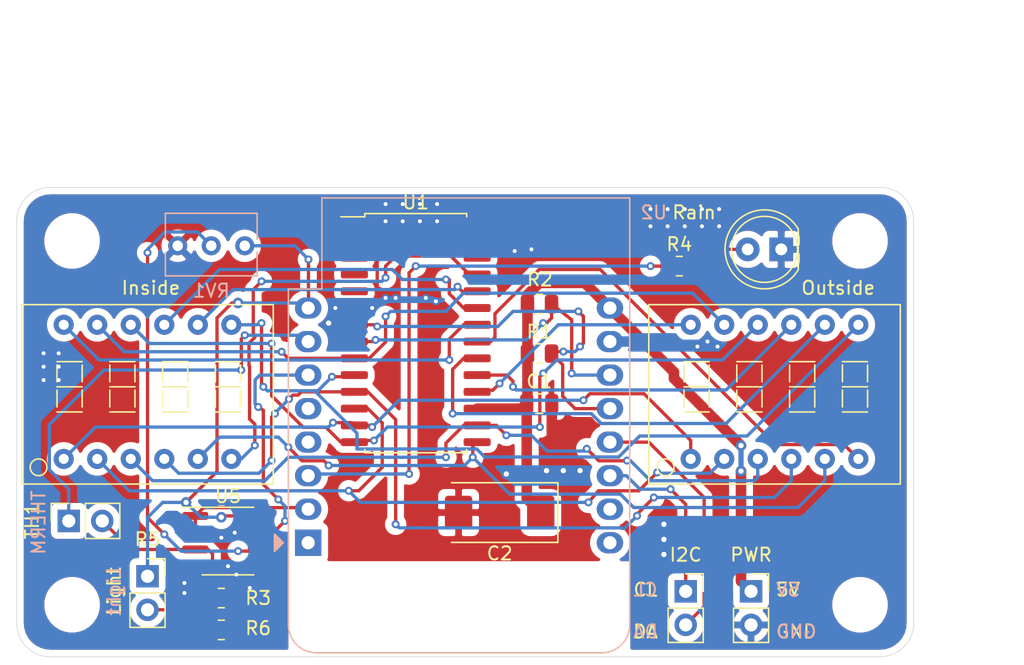
<source format=kicad_pcb>
(kicad_pcb (version 20171130) (host pcbnew "(5.1.9)-1")
  (layers (0 F.Cu signal) (31 B.Cu signal) (34 B.Paste user) (35 F.Paste user) (36 B.SilkS user) (37 F.SilkS user) (38 B.Mask user) (39 F.Mask user) (44 Edge.Cuts user))
  (net 0 "")
  (net 1 GND)
  (net 2 +5V)
  (net 3 "Net-(D1-Pad2)")
  (net 4 "Net-(R1-Pad2)")
  (net 5 "Net-(R2-Pad1)")
  (net 6 "Net-(R3-Pad1)")
  (net 7 RAIN)
  (net 8 "Net-(R5-Pad2)")
  (net 9 +3V3)
  (net 10 NTC)
  (net 11 G8)
  (net 12 G7)
  (net 13 G6)
  (net 14 G5)
  (net 15 G4)
  (net 16 G3)
  (net 17 G2)
  (net 18 G1)
  (net 19 Seg8)
  (net 20 Seg7)
  (net 21 Seg6)
  (net 22 Seg5)
  (net 23 Seg4)
  (net 24 Seg3)
  (net 25 Seg2)
  (net 26 Seg1)
  (net 27 TEMP)
  (net 28 "Net-(RV1-Pad2)")
  (net 29 "Net-(J2-Pad2)")
  (net 30 "Net-(J2-Pad1)")
  (net 31 LIGHT)
  (module Connector_PinSocket_2.54mm:PinSocket_1x02_P2.54mm_Vertical (layer F.Cu) (at 105.283 96.012)
    (fp_text reference I2C (at 0 -2.77) (layer F.SilkS))
    (fp_text value Conn_01x02)
    (pad 2 thru_hole oval (at 0 2.54) (size 1.7 1.7) (drill 1) (layers *.Cu *.Mask) (net 29 "Net-(J2-Pad2)"))
    (pad 1 thru_hole rect (at 0 0) (size 1.7 1.7) (drill 1) (layers *.Cu *.Mask) (net 30 "Net-(J2-Pad1)"))
  )
  (module MountingHole:MountingHole_3.2mm_M3 (layer F.Cu) (at 58.801 69.469)
    (fp_text reference H4 hide)
    (fp_text value MountingHole)
    (pad 1 np_thru_hole circle (at 0 0) (size 3.2 3.2) (drill 3.2) (layers *.Cu *.Mask))
  )
  (module MountingHole:MountingHole_3.2mm_M3 (layer F.Cu) (at 118.491 69.469)
    (fp_text reference H3 hide)
    (fp_text value MountingHole)
    (pad 1 np_thru_hole circle (at 0 0) (size 3.2 3.2) (drill 3.2) (layers *.Cu *.Mask))
  )
  (module MountingHole:MountingHole_3.2mm_M3 (layer F.Cu) (at 58.801 97.028)
    (fp_text reference H2 hide)
    (fp_text value MountingHole)
    (pad 1 np_thru_hole circle (at 0 0) (size 3.2 3.2) (drill 3.2) (layers *.Cu *.Mask))
  )
  (module MountingHole:MountingHole_3.2mm_M3 (layer F.Cu) (at 118.491 97.028)
    (fp_text reference H1 hide)
    (fp_text value MountingHole)
    (pad 1 np_thru_hole circle (at 0 0) (size 3.2 3.2) (drill 3.2) (layers *.Cu *.Mask))
  )
  (module Potentiometer_THT:Potentiometer_Bourns_3266Y_Vertical (layer B.Cu) (at 71.882 69.833)
    (fp_text reference RV1 (at -2.54 3.41) (layer B.SilkS) (effects (justify mirror)))
    (fp_text value R_POT)
    (pad 3 thru_hole circle (at -5.08 0) (size 1.44 1.44) (drill 0.8) (layers *.Cu *.Mask) (net 1 GND))
    (pad 2 thru_hole circle (at -2.54 0) (size 1.44 1.44) (drill 0.8) (layers *.Cu *.Mask) (net 28 "Net-(RV1-Pad2)"))
    (pad 1 thru_hole circle (at 0 0) (size 1.44 1.44) (drill 0.8) (layers *.Cu *.Mask) (net 9 +3V3))
  )
  (module Package_SO:SOIC-8_3.9x4.9mm_P1.27mm (layer F.Cu) (at 70.612 92.202)
    (fp_text reference U5 (at 0 -3.4) (layer F.SilkS))
    (fp_text value MCP6002-xSN)
    (pad 8 smd roundrect (at 2.475 -1.905) (size 1.95 0.6) (layers F.Cu F.Paste F.Mask) (net 9 +3V3))
    (pad 7 smd roundrect (at 2.475 -0.635) (size 1.95 0.6) (layers F.Cu F.Paste F.Mask) (net 31 LIGHT))
    (pad 6 smd roundrect (at 2.475 0.635) (size 1.95 0.6) (layers F.Cu F.Paste F.Mask) (net 28 "Net-(RV1-Pad2)"))
    (pad 5 smd roundrect (at 2.475 1.905) (size 1.95 0.6) (layers F.Cu F.Paste F.Mask) (net 8 "Net-(R5-Pad2)"))
    (pad 4 smd roundrect (at -2.475 1.905) (size 1.95 0.6) (layers F.Cu F.Paste F.Mask) (net 1 GND))
    (pad 3 smd roundrect (at -2.475 0.635) (size 1.95 0.6) (layers F.Cu F.Paste F.Mask) (net 6 "Net-(R3-Pad1)"))
    (pad 2 smd roundrect (at -2.475 -0.635) (size 1.95 0.6) (layers F.Cu F.Paste F.Mask) (net 27 TEMP))
    (pad 1 smd roundrect (at -2.475 -1.905) (size 1.95 0.6) (layers F.Cu F.Paste F.Mask) (net 27 TEMP))
  )
  (module components:FJ3461AH (layer F.Cu) (at 64.516 80.645)
    (fp_text reference U4 hide)
    (fp_text value FJ3461AH_7_seg)
    (pad 10 thru_hole circle (at -1.27 -4.826) (size 1.524 1.524) (drill 0.762) (layers *.Cu *.Mask) (net 21 Seg6))
    (pad 2 thru_hole circle (at -3.81 5.334) (size 1.524 1.524) (drill 0.762) (layers *.Cu *.Mask) (net 23 Seg4))
    (pad 6 thru_hole circle (at 6.35 5.334) (size 1.524 1.524) (drill 0.762) (layers *.Cu *.Mask) (net 11 G8))
    (pad 12 thru_hole circle (at -6.35 -4.826) (size 1.524 1.524) (drill 0.762) (layers *.Cu *.Mask) (net 14 G5))
    (pad 8 thru_hole circle (at 3.81 -4.826 180) (size 1.524 1.524) (drill 0.762) (layers *.Cu *.Mask) (net 12 G7))
    (pad 7 thru_hole circle (at 6.35 -4.826 180) (size 1.524 1.524) (drill 0.762) (layers *.Cu *.Mask) (net 25 Seg2))
    (pad 3 thru_hole circle (at -1.27 5.334) (size 1.524 1.524) (drill 0.762) (layers *.Cu *.Mask) (net 19 Seg8))
    (pad 1 thru_hole circle (at -6.35 5.334) (size 1.524 1.524) (drill 0.762) (layers *.Cu *.Mask) (net 22 Seg5))
    (pad 11 thru_hole circle (at -3.81 -4.826) (size 1.524 1.524) (drill 0.762) (layers *.Cu *.Mask) (net 26 Seg1))
    (pad 5 thru_hole circle (at 3.81 5.334) (size 1.524 1.524) (drill 0.762) (layers *.Cu *.Mask) (net 20 Seg7))
    (pad 9 thru_hole circle (at 1.27 -4.826) (size 1.524 1.524) (drill 0.762) (layers *.Cu *.Mask) (net 13 G6))
    (pad 4 thru_hole circle (at 1.27 5.334) (size 1.524 1.524) (drill 0.762) (layers *.Cu *.Mask) (net 24 Seg3))
  )
  (module components:FJ3461AH (layer F.Cu) (at 112.014 80.645)
    (fp_text reference U3 hide)
    (fp_text value FJ3461AH_7_seg)
    (pad 10 thru_hole circle (at -1.27 -4.826) (size 1.524 1.524) (drill 0.762) (layers *.Cu *.Mask) (net 21 Seg6))
    (pad 2 thru_hole circle (at -3.81 5.334) (size 1.524 1.524) (drill 0.762) (layers *.Cu *.Mask) (net 23 Seg4))
    (pad 6 thru_hole circle (at 6.35 5.334) (size 1.524 1.524) (drill 0.762) (layers *.Cu *.Mask) (net 15 G4))
    (pad 12 thru_hole circle (at -6.35 -4.826) (size 1.524 1.524) (drill 0.762) (layers *.Cu *.Mask) (net 18 G1))
    (pad 8 thru_hole circle (at 3.81 -4.826 180) (size 1.524 1.524) (drill 0.762) (layers *.Cu *.Mask) (net 16 G3))
    (pad 7 thru_hole circle (at 6.35 -4.826 180) (size 1.524 1.524) (drill 0.762) (layers *.Cu *.Mask) (net 25 Seg2))
    (pad 3 thru_hole circle (at -1.27 5.334) (size 1.524 1.524) (drill 0.762) (layers *.Cu *.Mask) (net 19 Seg8))
    (pad 1 thru_hole circle (at -6.35 5.334) (size 1.524 1.524) (drill 0.762) (layers *.Cu *.Mask) (net 22 Seg5))
    (pad 11 thru_hole circle (at -3.81 -4.826) (size 1.524 1.524) (drill 0.762) (layers *.Cu *.Mask) (net 26 Seg1))
    (pad 5 thru_hole circle (at 3.81 5.334) (size 1.524 1.524) (drill 0.762) (layers *.Cu *.Mask) (net 20 Seg7))
    (pad 9 thru_hole circle (at 1.27 -4.826) (size 1.524 1.524) (drill 0.762) (layers *.Cu *.Mask) (net 17 G2))
    (pad 4 thru_hole circle (at 1.27 5.334) (size 1.524 1.524) (drill 0.762) (layers *.Cu *.Mask) (net 24 Seg3))
  )
  (module Module:WEMOS_D1_mini_light (layer B.Cu) (at 76.685 92.329)
    (fp_text reference U2 (at 26.185 -25.019) (layer B.SilkS) (effects (justify mirror)))
    (fp_text value WeMos_D1_mini)
    (pad 16 thru_hole oval (at 22.86 0) (size 2 1.6) (drill 1) (layers *.Cu *.Mask))
    (pad 15 thru_hole oval (at 22.86 -2.54) (size 2 1.6) (drill 1) (layers *.Cu *.Mask))
    (pad 14 thru_hole oval (at 22.86 -5.08) (size 2 1.6) (drill 1) (layers *.Cu *.Mask) (net 30 "Net-(J2-Pad1)"))
    (pad 13 thru_hole oval (at 22.86 -7.62) (size 2 1.6) (drill 1) (layers *.Cu *.Mask) (net 29 "Net-(J2-Pad2)"))
    (pad 12 thru_hole oval (at 22.86 -10.16) (size 2 1.6) (drill 1) (layers *.Cu *.Mask) (net 4 "Net-(R1-Pad2)"))
    (pad 11 thru_hole oval (at 22.86 -12.7) (size 2 1.6) (drill 1) (layers *.Cu *.Mask) (net 5 "Net-(R2-Pad1)"))
    (pad 10 thru_hole oval (at 22.86 -15.24) (size 2 1.6) (drill 1) (layers *.Cu *.Mask) (net 1 GND))
    (pad 9 thru_hole oval (at 22.86 -17.78) (size 2 1.6) (drill 1) (layers *.Cu *.Mask) (net 2 +5V))
    (pad 8 thru_hole oval (at 0 -17.78) (size 2 1.6) (drill 1) (layers *.Cu *.Mask) (net 9 +3V3))
    (pad 7 thru_hole oval (at 0 -15.24) (size 2 1.6) (drill 1) (layers *.Cu *.Mask) (net 10 NTC))
    (pad 6 thru_hole oval (at 0 -12.7) (size 2 1.6) (drill 1) (layers *.Cu *.Mask) (net 31 LIGHT))
    (pad 5 thru_hole oval (at 0 -10.16) (size 2 1.6) (drill 1) (layers *.Cu *.Mask))
    (pad 4 thru_hole oval (at 0 -7.62) (size 2 1.6) (drill 1) (layers *.Cu *.Mask))
    (pad 3 thru_hole oval (at 0 -5.08) (size 2 1.6) (drill 1) (layers *.Cu *.Mask) (net 7 RAIN))
    (pad 1 thru_hole rect (at 0 0) (size 2 2) (drill 1) (layers *.Cu *.Mask))
    (pad 2 thru_hole oval (at 0 -2.54) (size 2 1.6) (drill 1) (layers *.Cu *.Mask) (net 27 TEMP))
  )
  (module Package_SO:SOIC-28W_7.5x17.9mm_P1.27mm (layer F.Cu) (at 84.836 76.454)
    (fp_text reference U1 (at 0 -9.9) (layer F.SilkS))
    (fp_text value TM1640)
    (pad 28 smd roundrect (at 4.65 -8.255) (size 2.05 0.6) (layers F.Cu F.Paste F.Mask))
    (pad 27 smd roundrect (at 4.65 -6.985) (size 2.05 0.6) (layers F.Cu F.Paste F.Mask))
    (pad 26 smd roundrect (at 4.65 -5.715) (size 2.05 0.6) (layers F.Cu F.Paste F.Mask))
    (pad 25 smd roundrect (at 4.65 -4.445) (size 2.05 0.6) (layers F.Cu F.Paste F.Mask) (net 11 G8))
    (pad 24 smd roundrect (at 4.65 -3.175) (size 2.05 0.6) (layers F.Cu F.Paste F.Mask) (net 12 G7))
    (pad 23 smd roundrect (at 4.65 -1.905) (size 2.05 0.6) (layers F.Cu F.Paste F.Mask) (net 13 G6))
    (pad 22 smd roundrect (at 4.65 -0.635) (size 2.05 0.6) (layers F.Cu F.Paste F.Mask) (net 14 G5))
    (pad 21 smd roundrect (at 4.65 0.635) (size 2.05 0.6) (layers F.Cu F.Paste F.Mask) (net 15 G4))
    (pad 20 smd roundrect (at 4.65 1.905) (size 2.05 0.6) (layers F.Cu F.Paste F.Mask) (net 16 G3))
    (pad 19 smd roundrect (at 4.65 3.175) (size 2.05 0.6) (layers F.Cu F.Paste F.Mask) (net 17 G2))
    (pad 18 smd roundrect (at 4.65 4.445) (size 2.05 0.6) (layers F.Cu F.Paste F.Mask) (net 18 G1))
    (pad 17 smd roundrect (at 4.65 5.715) (size 2.05 0.6) (layers F.Cu F.Paste F.Mask) (net 2 +5V))
    (pad 16 smd roundrect (at 4.65 6.985) (size 2.05 0.6) (layers F.Cu F.Paste F.Mask) (net 19 Seg8))
    (pad 15 smd roundrect (at 4.65 8.255) (size 2.05 0.6) (layers F.Cu F.Paste F.Mask) (net 20 Seg7))
    (pad 14 smd roundrect (at -4.65 8.255) (size 2.05 0.6) (layers F.Cu F.Paste F.Mask) (net 21 Seg6))
    (pad 13 smd roundrect (at -4.65 6.985) (size 2.05 0.6) (layers F.Cu F.Paste F.Mask) (net 22 Seg5))
    (pad 12 smd roundrect (at -4.65 5.715) (size 2.05 0.6) (layers F.Cu F.Paste F.Mask) (net 23 Seg4))
    (pad 11 smd roundrect (at -4.65 4.445) (size 2.05 0.6) (layers F.Cu F.Paste F.Mask) (net 24 Seg3))
    (pad 10 smd roundrect (at -4.65 3.175) (size 2.05 0.6) (layers F.Cu F.Paste F.Mask) (net 25 Seg2))
    (pad 9 smd roundrect (at -4.65 1.905) (size 2.05 0.6) (layers F.Cu F.Paste F.Mask) (net 26 Seg1))
    (pad 8 smd roundrect (at -4.65 0.635) (size 2.05 0.6) (layers F.Cu F.Paste F.Mask) (net 5 "Net-(R2-Pad1)"))
    (pad 7 smd roundrect (at -4.65 -0.635) (size 2.05 0.6) (layers F.Cu F.Paste F.Mask) (net 4 "Net-(R1-Pad2)"))
    (pad 6 smd roundrect (at -4.65 -1.905) (size 2.05 0.6) (layers F.Cu F.Paste F.Mask) (net 1 GND))
    (pad 5 smd roundrect (at -4.65 -3.175) (size 2.05 0.6) (layers F.Cu F.Paste F.Mask))
    (pad 4 smd roundrect (at -4.65 -4.445) (size 2.05 0.6) (layers F.Cu F.Paste F.Mask))
    (pad 3 smd roundrect (at -4.65 -5.715) (size 2.05 0.6) (layers F.Cu F.Paste F.Mask))
    (pad 2 smd roundrect (at -4.65 -6.985) (size 2.05 0.6) (layers F.Cu F.Paste F.Mask))
    (pad 1 smd roundrect (at -4.65 -8.255) (size 2.05 0.6) (layers F.Cu F.Paste F.Mask))
  )
  (module Connector_PinSocket_2.54mm:PinSocket_1x02_P2.54mm_Vertical (layer F.Cu) (at 58.547 90.678 90)
    (fp_text reference TH1 (at 0 -2.77 90) (layer F.SilkS))
    (fp_text value Thermistor_NTC)
    (pad 2 thru_hole oval (at 0 2.54 90) (size 1.7 1.7) (drill 1) (layers *.Cu *.Mask) (net 6 "Net-(R3-Pad1)"))
    (pad 1 thru_hole rect (at 0 0 90) (size 1.7 1.7) (drill 1) (layers *.Cu *.Mask) (net 10 NTC))
  )
  (module Resistor_SMD:R_0805_2012Metric (layer F.Cu) (at 70.104 98.933 180)
    (fp_text reference R6 (at -2.794 0.127) (layer F.SilkS))
    (fp_text value 10k)
    (pad 2 smd roundrect (at 0.9125 0 180) (size 1.025 1.4) (layers F.Cu F.Paste F.Mask) (roundrect_rratio 0.2439014634146341) (net 1 GND))
    (pad 1 smd roundrect (at -0.9125 0 180) (size 1.025 1.4) (layers F.Cu F.Paste F.Mask) (roundrect_rratio 0.2439014634146341) (net 8 "Net-(R5-Pad2)"))
  )
  (module Connector_PinSocket_2.54mm:PinSocket_1x02_P2.54mm_Vertical (layer F.Cu) (at 64.516 94.869)
    (fp_text reference R5 (at 0 -2.794) (layer F.SilkS))
    (fp_text value R_PHOTO)
    (pad 2 thru_hole oval (at 0 2.54) (size 1.7 1.7) (drill 1) (layers *.Cu *.Mask) (net 8 "Net-(R5-Pad2)"))
    (pad 1 thru_hole rect (at 0 0) (size 1.7 1.7) (drill 1) (layers *.Cu *.Mask) (net 9 +3V3))
  )
  (module Resistor_SMD:R_0805_2012Metric (layer F.Cu) (at 104.7985 71.374)
    (fp_text reference R4 (at 0 -1.65) (layer F.SilkS))
    (fp_text value 1k)
    (pad 2 smd roundrect (at 0.9125 0) (size 1.025 1.4) (layers F.Cu F.Paste F.Mask) (roundrect_rratio 0.2439014634146341) (net 3 "Net-(D1-Pad2)"))
    (pad 1 smd roundrect (at -0.9125 0) (size 1.025 1.4) (layers F.Cu F.Paste F.Mask) (roundrect_rratio 0.2439014634146341) (net 7 RAIN))
  )
  (module Resistor_SMD:R_0805_2012Metric (layer F.Cu) (at 70.104 96.52)
    (fp_text reference R3 (at 2.794 0) (layer F.SilkS))
    (fp_text value 10k)
    (pad 2 smd roundrect (at 0.9125 0) (size 1.025 1.4) (layers F.Cu F.Paste F.Mask) (roundrect_rratio 0.2439014634146341) (net 1 GND))
    (pad 1 smd roundrect (at -0.9125 0) (size 1.025 1.4) (layers F.Cu F.Paste F.Mask) (roundrect_rratio 0.2439014634146341) (net 6 "Net-(R3-Pad1)"))
  )
  (module Resistor_SMD:R_0805_2012Metric (layer F.Cu) (at 94.2105 74.242666 180)
    (fp_text reference R2 (at -0.0235 1.852666) (layer F.SilkS))
    (fp_text value 10k)
    (pad 2 smd roundrect (at 0.9125 0 180) (size 1.025 1.4) (layers F.Cu F.Paste F.Mask) (roundrect_rratio 0.2439014634146341) (net 2 +5V))
    (pad 1 smd roundrect (at -0.9125 0 180) (size 1.025 1.4) (layers F.Cu F.Paste F.Mask) (roundrect_rratio 0.2439014634146341) (net 5 "Net-(R2-Pad1)"))
  )
  (module Resistor_SMD:R_0805_2012Metric (layer F.Cu) (at 94.2105 78.000332)
    (fp_text reference R1 (at 0 -1.65) (layer F.SilkS))
    (fp_text value 10k)
    (pad 2 smd roundrect (at 0.9125 0) (size 1.025 1.4) (layers F.Cu F.Paste F.Mask) (roundrect_rratio 0.2439014634146341) (net 4 "Net-(R1-Pad2)"))
    (pad 1 smd roundrect (at -0.9125 0) (size 1.025 1.4) (layers F.Cu F.Paste F.Mask) (roundrect_rratio 0.2439014634146341) (net 2 +5V))
  )
  (module Connector_PinSocket_2.54mm:PinSocket_1x02_P2.54mm_Vertical (layer F.Cu) (at 110.236 96.012)
    (fp_text reference PWR (at 0 -2.77) (layer F.SilkS))
    (fp_text value Conn_01x02)
    (pad 2 thru_hole oval (at 0 2.54) (size 1.7 1.7) (drill 1) (layers *.Cu *.Mask) (net 1 GND))
    (pad 1 thru_hole rect (at 0 0) (size 1.7 1.7) (drill 1) (layers *.Cu *.Mask) (net 2 +5V))
  )
  (module LED_THT:LED_D5.0mm (layer F.Cu) (at 112.522 70.104 180)
    (fp_text reference D1 hide)
    (fp_text value LED)
    (pad 2 thru_hole circle (at 2.54 0 180) (size 1.8 1.8) (drill 0.9) (layers *.Cu *.Mask) (net 3 "Net-(D1-Pad2)"))
    (pad 1 thru_hole rect (at 0 0 180) (size 1.8 1.8) (drill 0.9) (layers *.Cu *.Mask) (net 1 GND))
  )
  (module Capacitor_Tantalum_SMD:CP_EIA-7343-31_Kemet-D (layer F.Cu) (at 91.1915 90.043 180)
    (fp_text reference C2 (at 0 -3.1) (layer F.SilkS))
    (fp_text value 100u)
    (pad 2 smd roundrect (at 3.1125 0 180) (size 2.075 2.55) (layers F.Cu F.Paste F.Mask) (roundrect_rratio 0.1204819277108434) (net 1 GND))
    (pad 1 smd roundrect (at -3.1125 0 180) (size 2.075 2.55) (layers F.Cu F.Paste F.Mask) (roundrect_rratio 0.1204819277108434) (net 2 +5V))
  )
  (module Capacitor_SMD:C_0805_2012Metric (layer F.Cu) (at 94.1905 81.788)
    (fp_text reference C1 (at 0 -1.68) (layer F.SilkS))
    (fp_text value 100n)
    (pad 2 smd roundrect (at 0.95 0) (size 1 1.45) (layers F.Cu F.Paste F.Mask) (net 1 GND))
    (pad 1 smd roundrect (at -0.95 0) (size 1 1.45) (layers F.Cu F.Paste F.Mask) (net 2 +5V))
  )
  (gr_text Light (at 61.976 96.012 90) (layer B.SilkS) (effects (font (size 1 1)) (justify mirror)))
  (gr_text Light (at 61.976 96.012 90) (layer F.SilkS) (effects (font (size 1 1))))
  (gr_text THERM (at 56.261 90.805 90) (layer B.SilkS) (effects (font (size 1 1)) (justify mirror)))
  (gr_text Outside (at 116.84 73.025) (layer F.SilkS) (effects (font (size 1 1))))
  (gr_text Inside (at 64.77 73.025) (layer F.SilkS) (effects (font (size 1 1))))
  (gr_text Rain (at 105.918 67.31) (layer F.SilkS) (effects (font (size 1 1))))
  (gr_text CL (at 102.235 95.885) (layer B.SilkS) (effects (font (size 1 1)) (justify mirror)))
  (gr_text DA (at 102.235 99.06) (layer B.SilkS) (effects (font (size 1 1)) (justify mirror)))
  (gr_text CL (at 102.235 95.885) (layer F.SilkS) (effects (font (size 1 1))))
  (gr_text DA (at 102.235 99.06) (layer F.SilkS) (effects (font (size 1 1))))
  (gr_arc (start 120.015 98.425) (end 120.015 100.965) (angle -90) (layer Edge.Cuts) (width 0.05))
  (gr_arc (start 57.15 98.425) (end 54.61 98.425) (angle -90) (layer Edge.Cuts) (width 0.05))
  (gr_arc (start 57.15 67.945) (end 57.15 65.405) (angle -90) (layer Edge.Cuts) (width 0.05))
  (gr_arc (start 120.015 67.945) (end 122.555 67.945) (angle -90) (layer Edge.Cuts) (width 0.05))
  (gr_text 5V (at 113.045953 95.885) (layer B.SilkS) (effects (font (size 1 1)) (justify mirror)))
  (gr_text GND (at 113.665 99.06) (layer B.SilkS) (effects (font (size 1 1)) (justify mirror)))
  (gr_text GND (at 113.665 99.06) (layer F.SilkS) (effects (font (size 1 1))))
  (gr_text 5V (at 113.03 95.885) (layer F.SilkS) (effects (font (size 1 1))))
  (gr_line (start 54.61 67.945) (end 54.61 98.425) (layer Edge.Cuts) (width 0.05))
  (gr_line (start 120.015 65.405) (end 57.15 65.405) (layer Edge.Cuts) (width 0.05))
  (gr_line (start 122.555 98.425) (end 122.555 67.945) (layer Edge.Cuts) (width 0.05))
  (gr_line (start 57.15 100.965) (end 120.015 100.965) (layer Edge.Cuts) (width 0.05))
  (segment (start 81.661 74.549) (end 81.915 74.295) (width 0.25) (layer F.Cu) (net 1))
  (segment (start 80.186 74.549) (end 81.534 74.549) (width 0.25) (layer F.Cu) (net 1))
  (segment (start 81.915 74.295) (end 81.915 70.993) (width 0.25) (layer F.Cu) (net 1))
  (segment (start 81.915 70.993) (end 82.2325 70.6755) (width 0.25) (layer F.Cu) (net 1))
  (segment (start 83.185 69.723) (end 83.185 69.723) (width 0.25) (layer F.Cu) (net 1))
  (segment (start 82.7405 70.1675) (end 83.185 69.723) (width 0.25) (layer F.Cu) (net 1))
  (segment (start 82.2325 70.6755) (end 82.7405 70.1675) (width 0.25) (layer F.Cu) (net 1))
  (via (at 67.31 95.377) (size 0.6) (drill 0.3) (layers F.Cu B.Cu) (net 1))
  (via (at 67.31 96.139) (size 0.6) (drill 0.3) (layers F.Cu B.Cu) (net 1))
  (via (at 70.612 94.107) (size 0.6) (drill 0.3) (layers F.Cu B.Cu) (net 1))
  (via (at 71.247 94.742) (size 0.6) (drill 0.3) (layers F.Cu B.Cu) (net 1))
  (via (at 72.263 95.758) (size 0.6) (drill 0.3) (layers F.Cu B.Cu) (net 1))
  (via (at 92.329 70.231) (size 0.6) (drill 0.3) (layers F.Cu B.Cu) (net 1))
  (via (at 93.599 70.104) (size 0.6) (drill 0.3) (layers F.Cu B.Cu) (net 1))
  (via (at 82.55 73.787) (size 0.6) (drill 0.3) (layers F.Cu B.Cu) (net 1))
  (via (at 85.598 73.787) (size 0.6) (drill 0.3) (layers F.Cu B.Cu) (net 1))
  (segment (start 82.55 73.787) (end 83.312 73.787) (width 0.25) (layer B.Cu) (net 1))
  (segment (start 83.312 73.787) (end 85.852 73.787) (width 0.25) (layer B.Cu) (net 1))
  (via (at 83.312 73.787) (size 0.6) (drill 0.3) (layers F.Cu B.Cu) (net 1))
  (segment (start 85.852 73.787) (end 86.106 73.787) (width 0.25) (layer B.Cu) (net 1))
  (segment (start 86.106 73.787) (end 86.36 74.041) (width 0.25) (layer B.Cu) (net 1))
  (segment (start 86.36 74.041) (end 86.36 74.041) (width 0.25) (layer B.Cu) (net 1))
  (via (at 86.36 74.041) (size 0.6) (drill 0.3) (layers F.Cu B.Cu) (net 1))
  (via (at 82.55 66.675) (size 0.6) (drill 0.3) (layers F.Cu B.Cu) (net 1))
  (via (at 83.85 66.675) (size 0.6) (drill 0.3) (layers F.Cu B.Cu) (net 1))
  (via (at 85.15 66.675) (size 0.6) (drill 0.3) (layers F.Cu B.Cu) (net 1))
  (via (at 86.45 66.675) (size 0.6) (drill 0.3) (layers F.Cu B.Cu) (net 1))
  (via (at 82.55 67.975) (size 0.6) (drill 0.3) (layers F.Cu B.Cu) (net 1))
  (via (at 83.85 67.975) (size 0.6) (drill 0.3) (layers F.Cu B.Cu) (net 1))
  (via (at 85.15 67.975) (size 0.6) (drill 0.3) (layers F.Cu B.Cu) (net 1))
  (via (at 86.45 67.975) (size 0.6) (drill 0.3) (layers F.Cu B.Cu) (net 1))
  (segment (start 81.534 74.549) (end 81.661 74.549) (width 0.25) (layer F.Cu) (net 1))
  (via (at 81.534 74.549) (size 0.6) (drill 0.3) (layers F.Cu B.Cu) (net 1))
  (via (at 78.74 74.549) (size 0.6) (drill 0.3) (layers F.Cu B.Cu) (net 1))
  (via (at 102.616 67.056) (size 0.6) (drill 0.3) (layers F.Cu B.Cu) (net 1))
  (via (at 103.916 67.056) (size 0.6) (drill 0.3) (layers F.Cu B.Cu) (net 1))
  (via (at 105.216 67.056) (size 0.6) (drill 0.3) (layers F.Cu B.Cu) (net 1))
  (via (at 106.516 67.056) (size 0.6) (drill 0.3) (layers F.Cu B.Cu) (net 1))
  (via (at 107.816 67.056) (size 0.6) (drill 0.3) (layers F.Cu B.Cu) (net 1))
  (via (at 102.616 68.356) (size 0.6) (drill 0.3) (layers F.Cu B.Cu) (net 1))
  (via (at 103.916 68.356) (size 0.6) (drill 0.3) (layers F.Cu B.Cu) (net 1))
  (via (at 105.216 68.356) (size 0.6) (drill 0.3) (layers F.Cu B.Cu) (net 1))
  (via (at 106.516 68.356) (size 0.6) (drill 0.3) (layers F.Cu B.Cu) (net 1))
  (via (at 107.816 68.356) (size 0.6) (drill 0.3) (layers F.Cu B.Cu) (net 1))
  (via (at 56.642 77.978) (size 0.6) (drill 0.3) (layers F.Cu B.Cu) (net 1))
  (via (at 56.642 78.994) (size 0.6) (drill 0.3) (layers F.Cu B.Cu) (net 1))
  (via (at 56.642 80.01) (size 0.6) (drill 0.3) (layers F.Cu B.Cu) (net 1))
  (via (at 57.785 80.01) (size 0.6) (drill 0.3) (layers F.Cu B.Cu) (net 1))
  (via (at 57.785 78.994) (size 0.6) (drill 0.3) (layers F.Cu B.Cu) (net 1))
  (via (at 57.785 77.978) (size 0.6) (drill 0.3) (layers F.Cu B.Cu) (net 1))
  (via (at 71.12 91.567) (size 0.6) (drill 0.3) (layers F.Cu B.Cu) (net 1))
  (via (at 70.104 91.948) (size 0.6) (drill 0.3) (layers F.Cu B.Cu) (net 1))
  (via (at 94.742 86.868) (size 0.8) (drill 0.4) (layers F.Cu B.Cu) (net 1))
  (segment (start 95.1405 86.4695) (end 94.742 86.868) (width 0.8) (layer F.Cu) (net 1))
  (segment (start 95.1405 81.788) (end 95.1405 86.4695) (width 0.8) (layer F.Cu) (net 1))
  (via (at 91.694 87.122) (size 0.8) (drill 0.4) (layers F.Cu B.Cu) (net 1))
  (segment (start 91.948 86.868) (end 91.694 87.122) (width 0.8) (layer B.Cu) (net 1))
  (segment (start 94.742 86.868) (end 91.948 86.868) (width 0.8) (layer B.Cu) (net 1))
  (segment (start 99.545 77.089) (end 103.124 77.089) (width 0.8) (layer B.Cu) (net 1))
  (segment (start 103.124 77.089) (end 103.378 77.343) (width 0.8) (layer B.Cu) (net 1))
  (segment (start 103.378 77.343) (end 105.918 77.343) (width 0.8) (layer B.Cu) (net 1))
  (segment (start 105.918 77.343) (end 106.172 77.343) (width 0.8) (layer B.Cu) (net 1))
  (segment (start 106.553 77.343) (end 107.061 77.343) (width 0.8) (layer B.Cu) (net 1))
  (segment (start 106.172 77.343) (end 106.553 77.343) (width 0.8) (layer B.Cu) (net 1))
  (via (at 106.172 77.47) (size 0.6) (drill 0.3) (layers F.Cu B.Cu) (net 1))
  (segment (start 107.061 77.343) (end 107.315 77.343) (width 0.8) (layer B.Cu) (net 1))
  (via (at 106.934 77.089) (size 0.6) (drill 0.3) (layers F.Cu B.Cu) (net 1))
  (via (at 107.696 77.47) (size 0.6) (drill 0.3) (layers F.Cu B.Cu) (net 1))
  (via (at 96.012 86.868) (size 0.8) (drill 0.4) (layers F.Cu B.Cu) (net 1))
  (via (at 97.282 86.868) (size 0.8) (drill 0.4) (layers F.Cu B.Cu) (net 1))
  (via (at 103.632 90.932) (size 0.8) (drill 0.4) (layers F.Cu B.Cu) (net 1))
  (via (at 103.632 92.075) (size 0.8) (drill 0.4) (layers F.Cu B.Cu) (net 1))
  (via (at 103.632 93.218) (size 0.8) (drill 0.4) (layers F.Cu B.Cu) (net 1))
  (via (at 78.232 75.692) (size 0.8) (drill 0.4) (layers F.Cu B.Cu) (net 1))
  (segment (start 99.545 74.549) (end 97.64 72.644) (width 0.8) (layer F.Cu) (net 2))
  (segment (start 93.298 73.542666) (end 93.298 74.242666) (width 0.8) (layer F.Cu) (net 2))
  (segment (start 94.196666 72.644) (end 93.298 73.542666) (width 0.8) (layer F.Cu) (net 2))
  (segment (start 93.298 81.7305) (end 93.2405 81.788) (width 0.8) (layer F.Cu) (net 2))
  (segment (start 93.298 74.242666) (end 93.298 81.7305) (width 0.8) (layer F.Cu) (net 2))
  (segment (start 92.8595 82.169) (end 93.2405 81.788) (width 0.8) (layer F.Cu) (net 2))
  (segment (start 89.486 82.169) (end 92.8595 82.169) (width 0.8) (layer F.Cu) (net 2))
  (segment (start 93.2405 88.9795) (end 93.2405 81.788) (width 0.8) (layer F.Cu) (net 2))
  (segment (start 94.304 90.043) (end 93.2405 88.9795) (width 0.8) (layer F.Cu) (net 2))
  (segment (start 97.64 72.644) (end 97.536 72.644) (width 0.25) (layer F.Cu) (net 2))
  (via (at 109.474 84.968006) (size 0.8) (drill 0.4) (layers F.Cu B.Cu) (net 2))
  (via (at 109.474 86.905) (size 0.8) (drill 0.4) (layers F.Cu B.Cu) (net 2))
  (segment (start 109.474 84.968006) (end 109.474 86.905) (width 0.4) (layer B.Cu) (net 2))
  (segment (start 109.474 95.25) (end 110.236 96.012) (width 0.4) (layer F.Cu) (net 2))
  (segment (start 109.474 86.905) (end 109.474 95.25) (width 0.8) (layer F.Cu) (net 2))
  (segment (start 104.394 79.888006) (end 106.486997 81.981003) (width 0.8) (layer F.Cu) (net 2))
  (segment (start 104.394 79.398) (end 104.394 79.888006) (width 0.8) (layer F.Cu) (net 2))
  (segment (start 106.486997 81.981003) (end 109.474 84.968006) (width 0.8) (layer F.Cu) (net 2))
  (segment (start 106.039994 81.534) (end 106.486997 81.981003) (width 0.8) (layer F.Cu) (net 2))
  (segment (start 99.545 74.549) (end 104.394 79.398) (width 0.8) (layer F.Cu) (net 2))
  (segment (start 94.196666 72.644) (end 97.64 72.644) (width 0.8) (layer F.Cu) (net 2))
  (segment (start 106.981 70.104) (end 105.711 71.374) (width 0.25) (layer F.Cu) (net 3))
  (segment (start 109.982 70.104) (end 106.981 70.104) (width 0.25) (layer F.Cu) (net 3))
  (via (at 81.915 75.946) (size 0.6) (drill 0.3) (layers F.Cu B.Cu) (net 4))
  (segment (start 81.788 75.819) (end 81.915 75.946) (width 0.25) (layer F.Cu) (net 4))
  (segment (start 80.186 75.819) (end 81.788 75.819) (width 0.25) (layer F.Cu) (net 4))
  (via (at 97.155 74.803) (size 0.6) (drill 0.3) (layers F.Cu B.Cu) (net 4))
  (segment (start 97.155 74.803) (end 97.536 75.184) (width 0.25) (layer F.Cu) (net 4))
  (segment (start 97.536 77.216) (end 97.282 77.47) (width 0.25) (layer F.Cu) (net 4))
  (segment (start 97.536 75.184) (end 97.536 77.216) (width 0.25) (layer F.Cu) (net 4))
  (segment (start 97.282 77.47) (end 97.282 77.47) (width 0.25) (layer F.Cu) (net 4))
  (via (at 97.282 77.47) (size 0.6) (drill 0.3) (layers F.Cu B.Cu) (net 4))
  (segment (start 97.282 77.47) (end 96.901 77.851) (width 0.25) (layer B.Cu) (net 4))
  (via (at 96.022 77.851) (size 0.6) (drill 0.3) (layers F.Cu B.Cu) (net 4))
  (segment (start 96.901 77.851) (end 96.022 77.851) (width 0.25) (layer B.Cu) (net 4))
  (segment (start 95.272332 77.851) (end 95.123 78.000332) (width 0.25) (layer F.Cu) (net 4))
  (segment (start 96.022 77.851) (end 95.272332 77.851) (width 0.25) (layer F.Cu) (net 4))
  (segment (start 99.545 82.169) (end 96.901 82.169) (width 0.25) (layer F.Cu) (net 4))
  (segment (start 95.96551 78.842842) (end 95.123 78.000332) (width 0.25) (layer F.Cu) (net 4))
  (segment (start 95.96551 81.23351) (end 95.96551 78.842842) (width 0.25) (layer F.Cu) (net 4))
  (segment (start 96.901 82.169) (end 95.96551 81.23351) (width 0.25) (layer F.Cu) (net 4))
  (segment (start 92.202 74.803) (end 97.155 74.803) (width 0.25) (layer B.Cu) (net 4))
  (segment (start 91.059 75.946) (end 92.202 74.803) (width 0.25) (layer B.Cu) (net 4))
  (segment (start 81.915 75.946) (end 91.059 75.946) (width 0.25) (layer B.Cu) (net 4))
  (via (at 81.788 76.962) (size 0.6) (drill 0.3) (layers F.Cu B.Cu) (net 5))
  (segment (start 81.661 77.089) (end 81.788 76.962) (width 0.25) (layer F.Cu) (net 5))
  (segment (start 80.186 77.089) (end 81.661 77.089) (width 0.25) (layer F.Cu) (net 5))
  (via (at 94.488 75.692) (size 0.6) (drill 0.3) (layers F.Cu B.Cu) (net 5))
  (segment (start 94.488 75.692) (end 94.742 75.692) (width 0.25) (layer F.Cu) (net 5))
  (segment (start 95.123 75.311) (end 95.123 74.242666) (width 0.25) (layer F.Cu) (net 5))
  (segment (start 94.742 75.692) (end 95.123 75.311) (width 0.25) (layer F.Cu) (net 5))
  (segment (start 93.218 76.962) (end 94.488 75.692) (width 0.25) (layer B.Cu) (net 5))
  (segment (start 81.788 76.962) (end 93.218 76.962) (width 0.25) (layer B.Cu) (net 5))
  (segment (start 96.647 75.438) (end 95.123 74.242666) (width 0.25) (layer F.Cu) (net 5))
  (segment (start 96.647 79.629) (end 99.545 79.629) (width 0.25) (layer B.Cu) (net 5))
  (segment (start 96.647 79.502) (end 96.647 75.438) (width 0.25) (layer F.Cu) (net 5))
  (segment (start 96.647 79.502) (end 96.647 79.629) (width 0.25) (layer B.Cu) (net 5))
  (via (at 96.647 79.502) (size 0.6) (drill 0.3) (layers F.Cu B.Cu) (net 5))
  (segment (start 69.112 92.837) (end 68.137 92.837) (width 0.25) (layer F.Cu) (net 6))
  (segment (start 69.43701 93.16201) (end 69.112 92.837) (width 0.25) (layer F.Cu) (net 6))
  (segment (start 69.43701 96.27449) (end 69.43701 93.16201) (width 0.25) (layer F.Cu) (net 6))
  (segment (start 69.1915 96.52) (end 69.43701 96.27449) (width 0.25) (layer F.Cu) (net 6))
  (segment (start 63.246 92.837) (end 68.137 92.837) (width 0.25) (layer F.Cu) (net 6))
  (segment (start 61.087 90.678) (end 63.246 92.837) (width 0.25) (layer F.Cu) (net 6))
  (via (at 102.616 71.374) (size 0.6) (drill 0.3) (layers F.Cu B.Cu) (net 7))
  (segment (start 103.886 71.374) (end 102.616 71.374) (width 0.25) (layer F.Cu) (net 7))
  (segment (start 76.812 87.122) (end 76.685 87.249) (width 0.4) (layer B.Cu) (net 7))
  (segment (start 84.328 87.122) (end 76.812 87.122) (width 0.25) (layer B.Cu) (net 7))
  (via (at 84.328 87.122) (size 0.6) (drill 0.3) (layers F.Cu B.Cu) (net 7))
  (segment (start 84.328 87.122) (end 84.328 71.882) (width 0.25) (layer F.Cu) (net 7))
  (segment (start 102.616 71.374) (end 84.836 71.374) (width 0.25) (layer B.Cu) (net 7))
  (via (at 84.836 71.374) (size 0.6) (drill 0.3) (layers F.Cu B.Cu) (net 7))
  (segment (start 84.328 71.882) (end 84.836 71.374) (width 0.25) (layer F.Cu) (net 7))
  (segment (start 73.087 96.8625) (end 73.087 94.107) (width 0.25) (layer F.Cu) (net 8))
  (segment (start 71.0165 98.933) (end 73.087 96.8625) (width 0.25) (layer F.Cu) (net 8))
  (segment (start 64.516 97.409) (end 66.929 97.409) (width 0.25) (layer F.Cu) (net 8))
  (segment (start 69.99149 97.90799) (end 71.0165 98.933) (width 0.25) (layer F.Cu) (net 8))
  (segment (start 67.42799 97.90799) (end 69.99149 97.90799) (width 0.25) (layer F.Cu) (net 8))
  (segment (start 66.929 97.409) (end 67.42799 97.90799) (width 0.25) (layer F.Cu) (net 8))
  (segment (start 71.882 69.833) (end 75.675 69.833) (width 0.25) (layer B.Cu) (net 9))
  (via (at 76.708 70.866) (size 0.6) (drill 0.3) (layers F.Cu B.Cu) (net 9))
  (segment (start 75.675 69.833) (end 76.708 70.866) (width 0.25) (layer B.Cu) (net 9))
  (segment (start 76.708 74.526) (end 76.685 74.549) (width 0.25) (layer F.Cu) (net 9))
  (segment (start 76.708 70.866) (end 76.708 74.526) (width 0.25) (layer F.Cu) (net 9))
  (via (at 70.104 90.39699) (size 0.8) (drill 0.4) (layers F.Cu B.Cu) (net 9))
  (segment (start 70.20399 90.297) (end 70.104 90.39699) (width 0.25) (layer F.Cu) (net 9))
  (segment (start 73.087 90.297) (end 70.20399 90.297) (width 0.25) (layer F.Cu) (net 9))
  (via (at 67.437199 89.274566) (size 0.8) (drill 0.4) (layers F.Cu B.Cu) (net 9))
  (segment (start 68.559623 90.39699) (end 67.437199 89.274566) (width 0.25) (layer B.Cu) (net 9))
  (segment (start 70.104 90.39699) (end 68.559623 90.39699) (width 0.25) (layer B.Cu) (net 9))
  (via (at 71.374 74.168) (size 0.8) (drill 0.4) (layers F.Cu B.Cu) (net 9))
  (segment (start 70.908238 74.168) (end 71.374 74.168) (width 0.25) (layer F.Cu) (net 9))
  (segment (start 69.778999 75.297239) (end 70.908238 74.168) (width 0.25) (layer F.Cu) (net 9))
  (segment (start 69.778999 86.932766) (end 69.778999 75.297239) (width 0.25) (layer F.Cu) (net 9))
  (segment (start 67.437199 89.274566) (end 69.778999 86.932766) (width 0.25) (layer F.Cu) (net 9))
  (segment (start 76.304 74.168) (end 76.685 74.549) (width 0.25) (layer B.Cu) (net 9))
  (segment (start 71.374 74.168) (end 76.304 74.168) (width 0.25) (layer B.Cu) (net 9))
  (segment (start 67.437199 89.274566) (end 65.665434 89.274566) (width 0.25) (layer B.Cu) (net 9))
  (segment (start 64.516 90.424) (end 64.516 94.869) (width 0.25) (layer B.Cu) (net 9))
  (segment (start 65.665434 89.274566) (end 64.516 90.424) (width 0.25) (layer B.Cu) (net 9))
  (segment (start 58.547 90.678) (end 58.547 88.265) (width 0.25) (layer B.Cu) (net 10))
  (segment (start 57.078999 86.796999) (end 57.078999 83.383001) (width 0.25) (layer B.Cu) (net 10))
  (segment (start 58.547 88.265) (end 57.078999 86.796999) (width 0.25) (layer B.Cu) (net 10))
  (via (at 71.619001 79.248) (size 0.6) (drill 0.3) (layers F.Cu B.Cu) (net 10))
  (segment (start 61.214 79.248) (end 71.619001 79.248) (width 0.25) (layer B.Cu) (net 10))
  (segment (start 57.078999 83.383001) (end 61.214 79.248) (width 0.25) (layer B.Cu) (net 10))
  (via (at 71.882 76.611) (size 0.6) (drill 0.3) (layers F.Cu B.Cu) (net 10))
  (segment (start 71.619001 76.873999) (end 71.882 76.611) (width 0.25) (layer F.Cu) (net 10))
  (segment (start 71.619001 79.248) (end 71.619001 76.873999) (width 0.25) (layer F.Cu) (net 10))
  (segment (start 76.207 76.611) (end 76.685 77.089) (width 0.25) (layer B.Cu) (net 10))
  (segment (start 71.882 76.611) (end 76.207 76.611) (width 0.25) (layer B.Cu) (net 10))
  (via (at 72.644 84.953) (size 0.6) (drill 0.3) (layers F.Cu B.Cu) (net 11))
  (segment (start 71.618 85.979) (end 72.644 84.953) (width 0.25) (layer B.Cu) (net 11))
  (segment (start 70.866 85.979) (end 71.618 85.979) (width 0.25) (layer B.Cu) (net 11))
  (via (at 73.152 72.527) (size 0.6) (drill 0.3) (layers F.Cu B.Cu) (net 11))
  (via (at 82.55 72.253) (size 0.6) (drill 0.3) (layers F.Cu B.Cu) (net 11))
  (segment (start 82.276 72.527) (end 82.55 72.253) (width 0.25) (layer B.Cu) (net 11))
  (segment (start 73.152 72.527) (end 82.276 72.527) (width 0.25) (layer B.Cu) (net 11))
  (segment (start 82.55 71.374) (end 83.312 70.612) (width 0.25) (layer F.Cu) (net 11))
  (segment (start 82.55 72.253) (end 82.55 71.374) (width 0.25) (layer F.Cu) (net 11))
  (segment (start 88.89 72.009) (end 89.486 72.009) (width 0.25) (layer F.Cu) (net 11))
  (segment (start 83.312 70.612) (end 87.493 70.612) (width 0.25) (layer F.Cu) (net 11))
  (segment (start 87.493 70.612) (end 88.0695 71.1885) (width 0.25) (layer F.Cu) (net 11))
  (segment (start 88.0695 71.1885) (end 88.89 72.009) (width 0.25) (layer F.Cu) (net 11))
  (segment (start 87.63 70.749) (end 88.0695 71.1885) (width 0.25) (layer F.Cu) (net 11))
  (segment (start 72.526999 73.152001) (end 72.526999 76.500001) (width 0.25) (layer F.Cu) (net 11))
  (segment (start 73.152 72.527) (end 72.526999 73.152001) (width 0.25) (layer F.Cu) (net 11))
  (segment (start 72.526999 76.500001) (end 72.644 76.617002) (width 0.25) (layer F.Cu) (net 11))
  (segment (start 72.644 76.774002) (end 72.202002 77.216) (width 0.25) (layer F.Cu) (net 11))
  (segment (start 72.644 76.617002) (end 72.644 76.774002) (width 0.25) (layer F.Cu) (net 11))
  (segment (start 72.244002 78.947999) (end 72.244002 82.949998) (width 0.25) (layer F.Cu) (net 11))
  (segment (start 72.202002 78.905999) (end 72.244002 78.947999) (width 0.25) (layer F.Cu) (net 11))
  (segment (start 72.202002 77.216) (end 72.202002 78.905999) (width 0.25) (layer F.Cu) (net 11))
  (segment (start 72.644 83.349996) (end 72.644 84.953) (width 0.25) (layer F.Cu) (net 11))
  (segment (start 72.244002 82.949998) (end 72.644 83.349996) (width 0.25) (layer F.Cu) (net 11))
  (segment (start 68.326 75.819) (end 70.993 73.152) (width 0.25) (layer B.Cu) (net 12))
  (via (at 88.001 72.934524) (size 0.6) (drill 0.3) (layers F.Cu B.Cu) (net 12))
  (segment (start 87.783524 73.152) (end 88.001 72.934524) (width 0.25) (layer B.Cu) (net 12))
  (segment (start 70.993 73.152) (end 87.783524 73.152) (width 0.25) (layer B.Cu) (net 12))
  (segment (start 88.001 72.934524) (end 88.392 73.325524) (width 0.25) (layer F.Cu) (net 12))
  (segment (start 89.439476 73.325524) (end 89.486 73.279) (width 0.25) (layer F.Cu) (net 12))
  (segment (start 88.392 73.325524) (end 89.439476 73.325524) (width 0.25) (layer F.Cu) (net 12))
  (segment (start 65.786 75.819) (end 69.977 71.628) (width 0.25) (layer B.Cu) (net 13))
  (segment (start 69.977 71.628) (end 83.058 71.628) (width 0.25) (layer B.Cu) (net 13))
  (via (at 87.122 72.39) (size 0.6) (drill 0.3) (layers F.Cu B.Cu) (net 13))
  (segment (start 83.82 72.39) (end 87.122 72.39) (width 0.25) (layer B.Cu) (net 13))
  (segment (start 83.058 71.628) (end 83.82 72.39) (width 0.25) (layer B.Cu) (net 13))
  (segment (start 87.122 72.39) (end 87.376 72.39) (width 0.25) (layer F.Cu) (net 13))
  (segment (start 88.461 74.549) (end 89.486 74.549) (width 0.25) (layer F.Cu) (net 13))
  (segment (start 87.376 73.464) (end 88.461 74.549) (width 0.25) (layer F.Cu) (net 13))
  (segment (start 87.376 72.39) (end 87.376 73.464) (width 0.25) (layer F.Cu) (net 13))
  (segment (start 60.833 78.486) (end 87.376 78.486) (width 0.25) (layer B.Cu) (net 14))
  (via (at 87.376 78.486) (size 0.6) (drill 0.3) (layers F.Cu B.Cu) (net 14))
  (segment (start 58.166 75.819) (end 60.833 78.486) (width 0.25) (layer B.Cu) (net 14))
  (segment (start 88.461 75.819) (end 89.486 75.819) (width 0.25) (layer F.Cu) (net 14))
  (segment (start 87.376 76.904) (end 88.461 75.819) (width 0.25) (layer F.Cu) (net 14))
  (segment (start 87.376 78.486) (end 87.376 76.904) (width 0.25) (layer F.Cu) (net 14))
  (segment (start 118.364 85.979) (end 117.276999 84.891999) (width 0.25) (layer F.Cu) (net 15))
  (segment (start 90.83601 74.979338) (end 90.83601 76.76399) (width 0.25) (layer F.Cu) (net 15))
  (segment (start 94.187348 71.628) (end 90.83601 74.979338) (width 0.25) (layer F.Cu) (net 15))
  (segment (start 90.511 77.089) (end 89.486 77.089) (width 0.25) (layer F.Cu) (net 15))
  (segment (start 90.83601 76.76399) (end 90.511 77.089) (width 0.25) (layer F.Cu) (net 15))
  (segment (start 98.806 71.628) (end 94.187348 71.628) (width 0.25) (layer F.Cu) (net 15))
  (segment (start 117.276999 84.891999) (end 112.069999 84.891999) (width 0.25) (layer F.Cu) (net 15))
  (segment (start 112.069999 84.891999) (end 98.806 71.628) (width 0.25) (layer F.Cu) (net 15))
  (via (at 87.63 82.55) (size 0.6) (drill 0.3) (layers F.Cu B.Cu) (net 16))
  (segment (start 98.134996 82.55) (end 87.63 82.55) (width 0.25) (layer B.Cu) (net 16))
  (segment (start 98.879006 83.29401) (end 98.134996 82.55) (width 0.25) (layer B.Cu) (net 16))
  (segment (start 108.34899 83.29401) (end 98.879006 83.29401) (width 0.25) (layer B.Cu) (net 16))
  (segment (start 115.824 75.819) (end 108.34899 83.29401) (width 0.25) (layer B.Cu) (net 16))
  (segment (start 88.461 78.359) (end 89.486 78.359) (width 0.25) (layer F.Cu) (net 16))
  (segment (start 87.63 79.19) (end 88.461 78.359) (width 0.25) (layer F.Cu) (net 16))
  (segment (start 87.63 82.55) (end 87.63 79.19) (width 0.25) (layer F.Cu) (net 16))
  (via (at 92.202 80.518) (size 0.6) (drill 0.3) (layers F.Cu B.Cu) (net 17))
  (segment (start 92.43801 80.75401) (end 92.202 80.518) (width 0.25) (layer B.Cu) (net 17))
  (segment (start 108.34899 80.75401) (end 92.43801 80.75401) (width 0.25) (layer B.Cu) (net 17))
  (segment (start 113.284 75.819) (end 108.34899 80.75401) (width 0.25) (layer B.Cu) (net 17))
  (segment (start 91.737264 79.629) (end 89.486 79.629) (width 0.25) (layer F.Cu) (net 17))
  (segment (start 92.202 80.093736) (end 91.737264 79.629) (width 0.25) (layer F.Cu) (net 17))
  (segment (start 92.202 80.518) (end 92.202 80.093736) (width 0.25) (layer F.Cu) (net 17))
  (via (at 91.186 80.264) (size 0.6) (drill 0.3) (layers F.Cu B.Cu) (net 18))
  (segment (start 95.631 75.819) (end 91.186 80.264) (width 0.25) (layer B.Cu) (net 18))
  (segment (start 105.664 75.819) (end 95.631 75.819) (width 0.25) (layer B.Cu) (net 18))
  (segment (start 91.186 80.264) (end 90.678 80.772) (width 0.25) (layer F.Cu) (net 18))
  (segment (start 89.613 80.772) (end 89.486 80.899) (width 0.25) (layer F.Cu) (net 18))
  (segment (start 90.678 80.772) (end 89.613 80.772) (width 0.25) (layer F.Cu) (net 18))
  (segment (start 63.246 85.979) (end 64.897 87.63) (width 0.25) (layer B.Cu) (net 19))
  (segment (start 64.897 87.63) (end 73.406 87.63) (width 0.25) (layer B.Cu) (net 19))
  (via (at 87.122 85.852) (size 0.6) (drill 0.3) (layers F.Cu B.Cu) (net 19))
  (segment (start 75.184 85.852) (end 87.122 85.852) (width 0.25) (layer B.Cu) (net 19))
  (segment (start 73.406 87.63) (end 75.184 85.852) (width 0.25) (layer B.Cu) (net 19))
  (segment (start 88.461 83.439) (end 89.486 83.439) (width 0.25) (layer F.Cu) (net 19))
  (segment (start 87.122 84.778) (end 88.461 83.439) (width 0.25) (layer F.Cu) (net 19))
  (segment (start 87.122 85.852) (end 87.122 84.778) (width 0.25) (layer F.Cu) (net 19))
  (segment (start 110.744 85.979) (end 110.744 87.122) (width 0.25) (layer B.Cu) (net 19))
  (segment (start 110.744 87.122) (end 110.744 87.376) (width 0.25) (layer B.Cu) (net 19))
  (segment (start 110.744 87.376) (end 110.49 87.63) (width 0.25) (layer B.Cu) (net 19))
  (segment (start 110.49 87.63) (end 102.616 87.63) (width 0.25) (layer B.Cu) (net 19))
  (via (at 100.838 86.106) (size 0.6) (drill 0.3) (layers F.Cu B.Cu) (net 19))
  (segment (start 101.092 86.106) (end 100.838 86.106) (width 0.25) (layer B.Cu) (net 19))
  (segment (start 102.616 87.63) (end 101.092 86.106) (width 0.25) (layer B.Cu) (net 19))
  (segment (start 93.335 84.191) (end 91.694 84.191) (width 0.25) (layer B.Cu) (net 19))
  (via (at 91.694 84.191) (size 0.6) (drill 0.3) (layers F.Cu B.Cu) (net 19))
  (segment (start 90.942 83.439) (end 89.486 83.439) (width 0.25) (layer F.Cu) (net 19))
  (segment (start 91.694 84.191) (end 90.942 83.439) (width 0.25) (layer F.Cu) (net 19))
  (segment (start 93.335 84.191) (end 93.589 84.191) (width 0.25) (layer B.Cu) (net 19))
  (segment (start 93.589 84.191) (end 94.782 85.384) (width 0.25) (layer B.Cu) (net 19))
  (via (at 97.79 85.20901) (size 0.6) (drill 0.3) (layers F.Cu B.Cu) (net 19))
  (segment (start 97.61501 85.384) (end 97.79 85.20901) (width 0.25) (layer B.Cu) (net 19))
  (segment (start 94.782 85.384) (end 97.61501 85.384) (width 0.25) (layer B.Cu) (net 19))
  (segment (start 100.82001 86.12399) (end 100.838 86.106) (width 0.25) (layer F.Cu) (net 19))
  (segment (start 98.70498 86.12399) (end 100.82001 86.12399) (width 0.25) (layer F.Cu) (net 19))
  (segment (start 97.79 85.20901) (end 98.70498 86.12399) (width 0.25) (layer F.Cu) (net 19))
  (via (at 78.232 86.477) (size 0.6) (drill 0.3) (layers F.Cu B.Cu) (net 20))
  (via (at 89.154 85.852) (size 0.6) (drill 0.3) (layers F.Cu B.Cu) (net 20))
  (segment (start 88.529 86.477) (end 89.154 85.852) (width 0.25) (layer B.Cu) (net 20))
  (segment (start 78.232 86.477) (end 88.529 86.477) (width 0.25) (layer B.Cu) (net 20))
  (segment (start 89.154 85.041) (end 89.486 84.709) (width 0.25) (layer F.Cu) (net 20))
  (segment (start 89.154 85.852) (end 89.154 85.041) (width 0.25) (layer F.Cu) (net 20))
  (segment (start 91.948 88.646) (end 89.154 85.852) (width 0.25) (layer B.Cu) (net 20))
  (segment (start 100.33 88.646) (end 91.948 88.646) (width 0.25) (layer B.Cu) (net 20))
  (segment (start 101.346 89.662) (end 100.33 88.646) (width 0.25) (layer B.Cu) (net 20))
  (segment (start 113.792 89.662) (end 101.346 89.662) (width 0.25) (layer B.Cu) (net 20))
  (segment (start 115.824 87.63) (end 113.792 89.662) (width 0.25) (layer B.Cu) (net 20))
  (segment (start 115.824 85.979) (end 115.824 87.63) (width 0.25) (layer B.Cu) (net 20))
  (segment (start 77.87899 86.12399) (end 78.232 86.477) (width 0.25) (layer F.Cu) (net 20))
  (segment (start 76.21799 86.12399) (end 77.87899 86.12399) (width 0.25) (layer F.Cu) (net 20))
  (segment (start 75.184 85.09) (end 76.21799 86.12399) (width 0.25) (layer F.Cu) (net 20))
  (segment (start 69.977 84.328) (end 68.326 85.979) (width 0.25) (layer B.Cu) (net 20))
  (segment (start 74.422 84.328) (end 69.977 84.328) (width 0.25) (layer B.Cu) (net 20))
  (segment (start 75.184 85.09) (end 74.422 84.328) (width 0.25) (layer B.Cu) (net 20))
  (via (at 75.184 85.09) (size 0.6) (drill 0.3) (layers F.Cu B.Cu) (net 20))
  (via (at 73.914 77.236) (size 0.6) (drill 0.3) (layers F.Cu B.Cu) (net 21))
  (segment (start 64.663 77.236) (end 73.914 77.236) (width 0.25) (layer B.Cu) (net 21))
  (segment (start 63.246 75.819) (end 64.663 77.236) (width 0.25) (layer B.Cu) (net 21))
  (segment (start 78.03599 83.58399) (end 79.161 84.709) (width 0.25) (layer F.Cu) (net 21))
  (segment (start 76.308986 83.58399) (end 78.03599 83.58399) (width 0.25) (layer F.Cu) (net 21))
  (segment (start 73.914 81.189004) (end 76.308986 83.58399) (width 0.25) (layer F.Cu) (net 21))
  (segment (start 79.161 84.709) (end 80.186 84.709) (width 0.25) (layer F.Cu) (net 21))
  (segment (start 73.914 77.236) (end 73.914 81.189004) (width 0.25) (layer F.Cu) (net 21))
  (segment (start 110.744 75.819) (end 108.077 78.486) (width 0.25) (layer B.Cu) (net 21))
  (via (at 94.488 79.502) (size 0.6) (drill 0.3) (layers F.Cu B.Cu) (net 21))
  (segment (start 95.504 78.486) (end 94.488 79.502) (width 0.25) (layer B.Cu) (net 21))
  (segment (start 108.077 78.486) (end 95.504 78.486) (width 0.25) (layer B.Cu) (net 21))
  (via (at 94.234 83.566) (size 0.6) (drill 0.3) (layers F.Cu B.Cu) (net 21))
  (segment (start 94.234 79.756) (end 94.234 83.566) (width 0.25) (layer F.Cu) (net 21))
  (segment (start 94.488 79.502) (end 94.234 79.756) (width 0.25) (layer F.Cu) (net 21))
  (via (at 81.671 84.582) (size 0.6) (drill 0.3) (layers F.Cu B.Cu) (net 21))
  (segment (start 82.687 83.566) (end 81.671 84.582) (width 0.25) (layer B.Cu) (net 21))
  (segment (start 94.234 83.566) (end 82.687 83.566) (width 0.25) (layer B.Cu) (net 21))
  (segment (start 80.313 84.582) (end 80.186 84.709) (width 0.25) (layer F.Cu) (net 21))
  (segment (start 81.671 84.582) (end 80.313 84.582) (width 0.25) (layer F.Cu) (net 21))
  (segment (start 58.166 85.979) (end 60.579 83.566) (width 0.25) (layer B.Cu) (net 22))
  (segment (start 78.232 83.566) (end 78.566942 83.231058) (width 0.25) (layer B.Cu) (net 22))
  (via (at 78.566942 83.231058) (size 0.6) (drill 0.3) (layers F.Cu B.Cu) (net 22))
  (segment (start 60.579 83.566) (end 78.232 83.566) (width 0.25) (layer B.Cu) (net 22))
  (segment (start 79.978058 83.231058) (end 80.186 83.439) (width 0.25) (layer F.Cu) (net 22))
  (segment (start 78.566942 83.231058) (end 79.978058 83.231058) (width 0.25) (layer F.Cu) (net 22))
  (via (at 81.534 83.566) (size 0.6) (drill 0.3) (layers F.Cu B.Cu) (net 22))
  (segment (start 81.407 83.439) (end 81.534 83.566) (width 0.25) (layer F.Cu) (net 22))
  (segment (start 80.186 83.439) (end 81.407 83.439) (width 0.25) (layer F.Cu) (net 22))
  (via (at 97.536 81.534) (size 0.6) (drill 0.3) (layers F.Cu B.Cu) (net 22))
  (segment (start 83.566 81.534) (end 97.536 81.534) (width 0.25) (layer B.Cu) (net 22))
  (segment (start 81.534 83.566) (end 83.566 81.534) (width 0.25) (layer B.Cu) (net 22))
  (segment (start 98.02601 81.04399) (end 102.12599 81.04399) (width 0.25) (layer F.Cu) (net 22))
  (segment (start 97.536 81.534) (end 98.02601 81.04399) (width 0.25) (layer F.Cu) (net 22))
  (segment (start 105.664 84.582) (end 105.664 85.979) (width 0.25) (layer F.Cu) (net 22))
  (segment (start 102.12599 81.04399) (end 105.664 84.582) (width 0.25) (layer F.Cu) (net 22))
  (via (at 79.756 88.392) (size 0.6) (drill 0.3) (layers F.Cu B.Cu) (net 23))
  (segment (start 63.119 88.392) (end 79.756 88.392) (width 0.25) (layer B.Cu) (net 23))
  (segment (start 60.706 85.979) (end 63.119 88.392) (width 0.25) (layer B.Cu) (net 23))
  (segment (start 79.756 88.392) (end 80.518 88.392) (width 0.25) (layer F.Cu) (net 23))
  (segment (start 80.518 88.392) (end 82.296 86.614) (width 0.25) (layer F.Cu) (net 23))
  (segment (start 81.211 82.169) (end 80.186 82.169) (width 0.25) (layer F.Cu) (net 23))
  (segment (start 82.296 83.254) (end 81.211 82.169) (width 0.25) (layer F.Cu) (net 23))
  (segment (start 82.296 86.614) (end 82.296 83.254) (width 0.25) (layer F.Cu) (net 23))
  (via (at 103.124 87.005) (size 0.6) (drill 0.3) (layers F.Cu B.Cu) (net 23))
  (segment (start 103.185001 87.066001) (end 103.124 87.005) (width 0.25) (layer B.Cu) (net 23))
  (segment (start 107.116999 87.066001) (end 103.185001 87.066001) (width 0.25) (layer B.Cu) (net 23))
  (segment (start 108.204 85.979) (end 107.116999 87.066001) (width 0.25) (layer B.Cu) (net 23))
  (segment (start 80.635 89.271) (end 79.756 88.392) (width 0.25) (layer B.Cu) (net 23))
  (segment (start 97.917 89.271) (end 80.635 89.271) (width 0.25) (layer B.Cu) (net 23))
  (via (at 97.917 89.271) (size 0.6) (drill 0.3) (layers F.Cu B.Cu) (net 23))
  (segment (start 101.737 88.392) (end 103.124 87.005) (width 0.25) (layer F.Cu) (net 23))
  (segment (start 98.679 88.392) (end 101.737 88.392) (width 0.25) (layer F.Cu) (net 23))
  (segment (start 97.917 89.271) (end 98.679 88.392) (width 0.25) (layer F.Cu) (net 23))
  (via (at 73.914 86.106) (size 0.6) (drill 0.3) (layers F.Cu B.Cu) (net 24))
  (segment (start 72.953999 87.066001) (end 73.914 86.106) (width 0.25) (layer B.Cu) (net 24))
  (segment (start 66.873001 87.066001) (end 72.953999 87.066001) (width 0.25) (layer B.Cu) (net 24))
  (segment (start 65.786 85.979) (end 66.873001 87.066001) (width 0.25) (layer B.Cu) (net 24))
  (via (at 74.168 82.55) (size 0.6) (drill 0.3) (layers F.Cu B.Cu) (net 24))
  (segment (start 73.914 82.804) (end 74.168 82.55) (width 0.25) (layer F.Cu) (net 24))
  (segment (start 73.914 86.106) (end 73.914 82.804) (width 0.25) (layer F.Cu) (net 24))
  (via (at 75.231864 81.442999) (size 0.6) (drill 0.3) (layers F.Cu B.Cu) (net 24))
  (segment (start 74.168 82.506863) (end 75.231864 81.442999) (width 0.25) (layer B.Cu) (net 24))
  (segment (start 74.168 82.55) (end 74.168 82.506863) (width 0.25) (layer B.Cu) (net 24))
  (segment (start 76.163996 80.899) (end 80.186 80.899) (width 0.25) (layer F.Cu) (net 24))
  (segment (start 75.531863 81.143) (end 75.919996 81.143) (width 0.25) (layer F.Cu) (net 24))
  (segment (start 75.919996 81.143) (end 76.163996 80.899) (width 0.25) (layer F.Cu) (net 24))
  (segment (start 75.231864 81.442999) (end 75.531863 81.143) (width 0.25) (layer F.Cu) (net 24))
  (segment (start 100.420573 91.20399) (end 85.36199 91.20399) (width 0.25) (layer B.Cu) (net 24))
  (segment (start 100.459614 91.243031) (end 100.420573 91.20399) (width 0.25) (layer B.Cu) (net 24))
  (segment (start 83.312 83) (end 81.211 80.899) (width 0.25) (layer F.Cu) (net 24))
  (segment (start 83.312 90.932) (end 83.312 83) (width 0.25) (layer F.Cu) (net 24))
  (segment (start 81.211 80.899) (end 80.186 80.899) (width 0.25) (layer F.Cu) (net 24))
  (segment (start 85.36199 91.20399) (end 83.58399 91.20399) (width 0.25) (layer B.Cu) (net 24))
  (segment (start 83.58399 91.20399) (end 83.312 90.932) (width 0.25) (layer B.Cu) (net 24))
  (via (at 102.87 88.9) (size 0.6) (drill 0.3) (layers F.Cu B.Cu) (net 24))
  (via (at 83.312 90.932) (size 0.6) (drill 0.3) (layers F.Cu B.Cu) (net 24))
  (segment (start 112.014 88.9) (end 102.87 88.9) (width 0.25) (layer B.Cu) (net 24))
  (segment (start 113.284 87.63) (end 112.014 88.9) (width 0.25) (layer B.Cu) (net 24))
  (segment (start 113.284 85.979) (end 113.284 87.63) (width 0.25) (layer B.Cu) (net 24))
  (via (at 101.6 90.287) (size 0.6) (drill 0.3) (layers F.Cu B.Cu) (net 24))
  (segment (start 100.643969 91.243031) (end 101.6 90.287) (width 0.25) (layer B.Cu) (net 24))
  (segment (start 100.459614 91.243031) (end 100.643969 91.243031) (width 0.25) (layer B.Cu) (net 24))
  (segment (start 101.6 90.17) (end 102.87 88.9) (width 0.25) (layer F.Cu) (net 24))
  (segment (start 101.6 90.287) (end 101.6 90.17) (width 0.25) (layer F.Cu) (net 24))
  (via (at 73.289 80.518) (size 0.6) (drill 0.3) (layers F.Cu B.Cu) (net 25))
  (via (at 78.486 79.756) (size 0.6) (drill 0.3) (layers F.Cu B.Cu) (net 25))
  (segment (start 77.424001 80.817999) (end 78.486 79.756) (width 0.25) (layer B.Cu) (net 25))
  (segment (start 73.289 80.518) (end 73.588999 80.817999) (width 0.25) (layer B.Cu) (net 25))
  (segment (start 80.059 79.756) (end 80.186 79.629) (width 0.25) (layer F.Cu) (net 25))
  (segment (start 78.486 79.756) (end 80.059 79.756) (width 0.25) (layer F.Cu) (net 25))
  (segment (start 89.454001 85.226999) (end 80.381001 85.226999) (width 0.25) (layer B.Cu) (net 25))
  (segment (start 101.801998 84.243006) (end 100.210994 85.83401) (width 0.25) (layer B.Cu) (net 25))
  (segment (start 109.939994 84.243006) (end 101.801998 84.243006) (width 0.25) (layer B.Cu) (net 25))
  (segment (start 90.061012 85.83401) (end 89.454001 85.226999) (width 0.25) (layer B.Cu) (net 25))
  (segment (start 100.210994 85.83401) (end 90.061012 85.83401) (width 0.25) (layer B.Cu) (net 25))
  (segment (start 118.364 75.819) (end 109.939994 84.243006) (width 0.25) (layer B.Cu) (net 25))
  (segment (start 80.381001 84.028999) (end 77.170001 80.817999) (width 0.25) (layer B.Cu) (net 25))
  (segment (start 80.381001 85.226999) (end 80.381001 84.028999) (width 0.25) (layer B.Cu) (net 25))
  (segment (start 77.170001 80.817999) (end 77.424001 80.817999) (width 0.25) (layer B.Cu) (net 25))
  (segment (start 73.588999 80.817999) (end 77.170001 80.817999) (width 0.25) (layer B.Cu) (net 25))
  (segment (start 73.152 80.381) (end 73.289 80.518) (width 0.25) (layer F.Cu) (net 25))
  (segment (start 73.152 75.692) (end 73.152 80.381) (width 0.25) (layer F.Cu) (net 25))
  (segment (start 72.771 75.819) (end 70.866 75.819) (width 0.25) (layer B.Cu) (net 25))
  (segment (start 73.152 75.692) (end 72.771 75.819) (width 0.25) (layer B.Cu) (net 25))
  (via (at 73.152 75.692) (size 0.6) (drill 0.3) (layers F.Cu B.Cu) (net 25))
  (via (at 74.676 77.861) (size 0.6) (drill 0.3) (layers F.Cu B.Cu) (net 26))
  (segment (start 62.748 77.861) (end 74.676 77.861) (width 0.25) (layer B.Cu) (net 26))
  (segment (start 60.706 75.819) (end 62.748 77.861) (width 0.25) (layer B.Cu) (net 26))
  (segment (start 75.174 78.359) (end 80.186 78.359) (width 0.25) (layer F.Cu) (net 26))
  (segment (start 74.676 77.861) (end 75.174 78.359) (width 0.25) (layer F.Cu) (net 26))
  (via (at 82.55 75.184) (size 0.6) (drill 0.3) (layers F.Cu B.Cu) (net 26))
  (segment (start 81.316002 78.359) (end 80.186 78.359) (width 0.25) (layer F.Cu) (net 26))
  (segment (start 82.55 77.125002) (end 81.316002 78.359) (width 0.25) (layer F.Cu) (net 26))
  (segment (start 82.55 75.184) (end 82.55 77.125002) (width 0.25) (layer F.Cu) (net 26))
  (segment (start 82.931 74.803) (end 82.55 75.184) (width 0.25) (layer B.Cu) (net 26))
  (segment (start 87.122 74.803) (end 82.931 74.803) (width 0.25) (layer B.Cu) (net 26))
  (segment (start 88.436536 73.42399) (end 87.122 74.803) (width 0.25) (layer B.Cu) (net 26))
  (segment (start 105.80899 73.42399) (end 88.436536 73.42399) (width 0.25) (layer B.Cu) (net 26))
  (segment (start 108.204 75.819) (end 105.80899 73.42399) (width 0.25) (layer B.Cu) (net 26))
  (segment (start 68.137 91.567) (end 68.137 90.297) (width 0.25) (layer F.Cu) (net 27))
  (segment (start 76.56799 89.67199) (end 68.76201 89.67199) (width 0.25) (layer F.Cu) (net 27))
  (segment (start 68.76201 89.67199) (end 68.137 90.297) (width 0.25) (layer F.Cu) (net 27))
  (segment (start 76.685 89.789) (end 76.56799 89.67199) (width 0.25) (layer F.Cu) (net 27))
  (segment (start 68.296999 68.787999) (end 65.832001 68.787999) (width 0.25) (layer B.Cu) (net 28))
  (segment (start 69.342 69.833) (end 68.296999 68.787999) (width 0.25) (layer B.Cu) (net 28))
  (via (at 64.516 70.358) (size 0.6) (drill 0.3) (layers F.Cu B.Cu) (net 28))
  (segment (start 64.516 70.104) (end 64.516 70.358) (width 0.25) (layer B.Cu) (net 28))
  (segment (start 65.832001 68.787999) (end 64.516 70.104) (width 0.25) (layer B.Cu) (net 28))
  (segment (start 64.516 70.358) (end 64.516 76.157762) (width 0.25) (layer F.Cu) (net 28))
  (via (at 65.786 91.694) (size 0.6) (drill 0.3) (layers F.Cu B.Cu) (net 28))
  (segment (start 64.516 90.424) (end 65.786 91.694) (width 0.25) (layer F.Cu) (net 28))
  (segment (start 64.516 76.157762) (end 64.516 90.424) (width 0.25) (layer F.Cu) (net 28))
  (via (at 71.374 92.964) (size 0.6) (drill 0.3) (layers F.Cu B.Cu) (net 28))
  (segment (start 67.056 92.964) (end 71.374 92.964) (width 0.25) (layer B.Cu) (net 28))
  (segment (start 65.786 91.694) (end 67.056 92.964) (width 0.25) (layer B.Cu) (net 28))
  (segment (start 72.96 92.964) (end 73.087 92.837) (width 0.25) (layer F.Cu) (net 28))
  (segment (start 71.374 92.964) (end 72.96 92.964) (width 0.25) (layer F.Cu) (net 28))
  (segment (start 99.545 84.709) (end 102.489 84.709) (width 0.25) (layer F.Cu) (net 29))
  (segment (start 102.489 84.709) (end 106.68 88.9) (width 0.25) (layer F.Cu) (net 29))
  (segment (start 106.68 97.155) (end 105.283 98.552) (width 0.25) (layer F.Cu) (net 29))
  (segment (start 106.68 88.9) (end 106.68 97.155) (width 0.25) (layer F.Cu) (net 29))
  (via (at 104.14 88.275) (size 0.6) (drill 0.3) (layers F.Cu B.Cu) (net 30))
  (segment (start 105.283 89.418) (end 104.14 88.275) (width 0.25) (layer F.Cu) (net 30))
  (segment (start 105.283 96.012) (end 105.283 89.418) (width 0.25) (layer F.Cu) (net 30))
  (segment (start 100.795 87.249) (end 99.545 87.249) (width 0.25) (layer B.Cu) (net 30))
  (segment (start 101.821 88.275) (end 100.795 87.249) (width 0.25) (layer B.Cu) (net 30))
  (segment (start 104.14 88.275) (end 101.821 88.275) (width 0.25) (layer B.Cu) (net 30))
  (via (at 74.93 90.678) (size 0.6) (drill 0.3) (layers F.Cu B.Cu) (net 31))
  (segment (start 74.041 91.567) (end 74.93 90.678) (width 0.25) (layer F.Cu) (net 31))
  (segment (start 73.087 91.567) (end 74.041 91.567) (width 0.25) (layer F.Cu) (net 31))
  (via (at 74.422 89.04699) (size 0.6) (drill 0.3) (layers F.Cu B.Cu) (net 31))
  (segment (start 74.93 89.55499) (end 74.422 89.04699) (width 0.25) (layer B.Cu) (net 31))
  (segment (start 74.93 90.678) (end 74.93 89.55499) (width 0.25) (layer B.Cu) (net 31))
  (segment (start 73.288999 87.913989) (end 74.422 89.04699) (width 0.25) (layer F.Cu) (net 31))
  (segment (start 73.288999 82.297627) (end 73.288999 87.913989) (width 0.25) (layer F.Cu) (net 31))
  (segment (start 72.898 82.042) (end 73.288999 82.297627) (width 0.25) (layer F.Cu) (net 31))
  (via (at 72.898 82.042) (size 0.6) (drill 0.3) (layers F.Cu B.Cu) (net 31))
  (segment (start 72.898 82.042) (end 72.663999 81.807999) (width 0.25) (layer B.Cu) (net 31))
  (segment (start 72.663999 81.807999) (end 72.663999 79.990001) (width 0.25) (layer B.Cu) (net 31))
  (segment (start 73.025 79.629) (end 76.685 79.629) (width 0.25) (layer B.Cu) (net 31))
  (segment (start 72.663999 79.990001) (end 73.025 79.629) (width 0.25) (layer B.Cu) (net 31))
  (zone (net 0) (net_name "") (layers F&B.Cu) (connect_pads (clearance 0.508)) (min_thickness 0.254)
    (keepout (tracks not_allowed) (vias not_allowed) (copperpour not_allowed))
    (fill (arc_segments 32) (thermal_gap 0.508) (thermal_bridge_width 0.508))
    (polygon (pts (xy 101.092 101.092) (xy 75.184 101.092) (xy 75.184 93.726) (xy 101.092 93.726)))
  )
  (zone (net 1) (net_name GND) (layer B.Cu) (connect_pads (clearance 0.508)) (min_thickness 0.254) (fill yes (arc_segments 32) (thermal_gap 0.508) (thermal_bridge_width 0.508))
    (polygon (pts (xy 124.46 101.6) (xy 53.34 101.6) (xy 53.34 63.5) (xy 124.46 63.5)))
  )
  (zone (net 1) (net_name GND) (layer F.Cu) (connect_pads (clearance 0.508)) (min_thickness 0.254) (fill yes (arc_segments 32) (thermal_gap 0.508) (thermal_bridge_width 0.508))
    (polygon (pts (xy 124.46 101.6) (xy 53.34 101.6) (xy 53.34 63.5) (xy 124.46 63.5)))
  )
)
</source>
